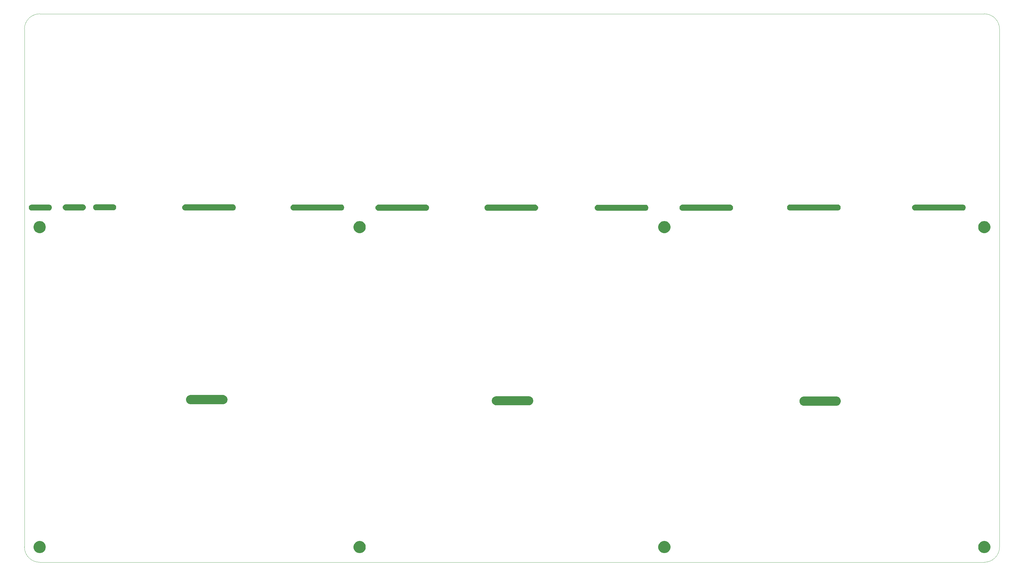
<source format=gbr>
%TF.GenerationSoftware,Altium Limited,Altium Designer,26.1.1 (7)*%
G04 Layer_Color=0*
%FSLAX43Y43*%
%MOMM*%
%TF.SameCoordinates,F910D8A4-5627-44EB-A571-6FFAAA827985*%
%TF.FilePolarity,Positive*%
%TF.FileFunction,Profile,NP*%
%TF.Part,Single*%
G01*
G75*
%TA.AperFunction,Profile*%
%ADD118C,0.025*%
G36*
X292305Y115425D02*
X307904Y115425D01*
Y115425D01*
X308036D01*
X308290Y115493D01*
X308518Y115625D01*
X308704Y115811D01*
X308836Y116039D01*
X308904Y116294D01*
Y116557D01*
X308836Y116811D01*
X308704Y117039D01*
X308518Y117225D01*
X308290Y117357D01*
X308036Y117425D01*
X307904D01*
D01*
Y117425D01*
X292305Y117425D01*
Y117425D01*
X292174D01*
X291919Y117357D01*
X291691Y117225D01*
X291505Y117039D01*
X291373Y116811D01*
X291305Y116557D01*
Y116294D01*
X291373Y116039D01*
X291505Y115811D01*
X291691Y115625D01*
X291919Y115493D01*
X292174Y115425D01*
X292305D01*
Y115425D01*
D02*
G37*
G36*
X5000Y3000D02*
X4803D01*
X4417Y3077D01*
X4053Y3228D01*
X3725Y3447D01*
X3447Y3725D01*
X3228Y4053D01*
X3077Y4417D01*
X3000Y4803D01*
Y5000D01*
Y5197D01*
X3077Y5583D01*
X3228Y5947D01*
X3447Y6275D01*
X3725Y6554D01*
X4053Y6772D01*
X4417Y6923D01*
X4803Y7000D01*
X5000D01*
X5197D01*
X5583Y6923D01*
X5947Y6772D01*
X6275Y6554D01*
X6554Y6275D01*
X6772Y5947D01*
X6923Y5583D01*
X7000Y5197D01*
Y5000D01*
Y4803D01*
X6923Y4417D01*
X6772Y4053D01*
X6554Y3725D01*
X6275Y3447D01*
X5947Y3228D01*
X5583Y3077D01*
X5197Y3000D01*
X5000D01*
D01*
D02*
G37*
G36*
X23561Y115508D02*
X29120D01*
Y115508D01*
X29251D01*
X29506Y115576D01*
X29734Y115708D01*
X29920Y115894D01*
X30052Y116122D01*
X30120Y116377D01*
Y116640D01*
X30052Y116894D01*
X29920Y117122D01*
X29734Y117308D01*
X29506Y117440D01*
X29251Y117508D01*
X29120D01*
D01*
Y117508D01*
X23561D01*
Y117508D01*
X23429D01*
X23175Y117440D01*
X22947Y117308D01*
X22760Y117122D01*
X22629Y116894D01*
X22561Y116640D01*
Y116377D01*
X22629Y116122D01*
X22760Y115894D01*
X22947Y115708D01*
X23175Y115576D01*
X23429Y115508D01*
X23561D01*
Y115508D01*
D02*
G37*
G36*
X13588Y115483D02*
X19147D01*
Y115484D01*
X19279D01*
X19533Y115552D01*
X19761Y115683D01*
X19948Y115870D01*
X20079Y116098D01*
X20147Y116352D01*
Y116615D01*
X20079Y116870D01*
X19948Y117098D01*
X19761Y117284D01*
X19533Y117415D01*
X19279Y117484D01*
X19147D01*
D01*
Y117483D01*
X13588D01*
Y117484D01*
X13457D01*
X13202Y117415D01*
X12974Y117284D01*
X12788Y117098D01*
X12656Y116870D01*
X12588Y116615D01*
Y116352D01*
X12656Y116098D01*
X12788Y115870D01*
X12974Y115683D01*
X13202Y115552D01*
X13457Y115484D01*
X13588D01*
Y115483D01*
D02*
G37*
G36*
X2441Y115425D02*
X8000D01*
Y115425D01*
X8132D01*
X8386Y115493D01*
X8614Y115625D01*
X8800Y115811D01*
X8932Y116039D01*
X9000Y116294D01*
Y116557D01*
X8932Y116811D01*
X8800Y117039D01*
X8614Y117225D01*
X8386Y117357D01*
X8132Y117425D01*
X8000D01*
D01*
Y117425D01*
X2441D01*
Y117425D01*
X2309D01*
X2055Y117357D01*
X1827Y117225D01*
X1641Y117039D01*
X1509Y116811D01*
X1441Y116557D01*
Y116294D01*
X1509Y116039D01*
X1641Y115811D01*
X1827Y115625D01*
X2055Y115493D01*
X2309Y115425D01*
X2441D01*
Y115425D01*
D02*
G37*
G36*
X52794Y115450D02*
X52662D01*
X52408Y115518D01*
X52180Y115650D01*
X51994Y115836D01*
X51862Y116064D01*
X51794Y116319D01*
Y116582D01*
X51862Y116836D01*
X51994Y117064D01*
X52180Y117250D01*
X52408Y117382D01*
X52662Y117450D01*
X52794D01*
D01*
Y117450D01*
X68393Y117450D01*
Y117450D01*
X68525D01*
X68779Y117382D01*
X69007Y117250D01*
X69193Y117064D01*
X69325Y116836D01*
X69393Y116582D01*
Y116319D01*
X69325Y116064D01*
X69193Y115836D01*
X69007Y115650D01*
X68779Y115518D01*
X68525Y115450D01*
X68393D01*
D01*
Y115450D01*
X52794Y115450D01*
D02*
G37*
G36*
X88340Y115435D02*
X103940Y115435D01*
Y115436D01*
X104071D01*
X104325Y115504D01*
X104554Y115635D01*
X104740Y115822D01*
X104871Y116050D01*
X104940Y116304D01*
Y116567D01*
X104871Y116822D01*
X104740Y117050D01*
X104554Y117236D01*
X104325Y117367D01*
X104071Y117436D01*
X103940D01*
D01*
Y117435D01*
X88340Y117435D01*
Y117436D01*
X88209D01*
X87954Y117367D01*
X87726Y117236D01*
X87540Y117050D01*
X87409Y116822D01*
X87340Y116567D01*
Y116304D01*
X87409Y116050D01*
X87540Y115822D01*
X87726Y115635D01*
X87954Y115504D01*
X88209Y115436D01*
X88340D01*
Y115435D01*
D02*
G37*
G36*
X116190Y115385D02*
X131790Y115385D01*
Y115386D01*
X131921D01*
X132175Y115454D01*
X132404Y115585D01*
X132590Y115771D01*
X132721Y116000D01*
X132790Y116254D01*
Y116517D01*
X132721Y116771D01*
X132590Y117000D01*
X132404Y117186D01*
X132175Y117317D01*
X131921Y117386D01*
X131790D01*
D01*
Y117385D01*
X116190Y117385D01*
Y117386D01*
X116059D01*
X115804Y117317D01*
X115576Y117186D01*
X115390Y117000D01*
X115259Y116771D01*
X115190Y116517D01*
Y116254D01*
X115259Y116000D01*
X115390Y115771D01*
X115576Y115585D01*
X115804Y115454D01*
X116059Y115386D01*
X116190D01*
Y115385D01*
D02*
G37*
G36*
X151981Y115386D02*
X151850D01*
X151595Y115454D01*
X151367Y115585D01*
X151181Y115771D01*
X151050Y116000D01*
X150981Y116254D01*
Y116517D01*
X151050Y116771D01*
X151181Y117000D01*
X151367Y117186D01*
X151595Y117317D01*
X151850Y117386D01*
X151981D01*
D01*
Y117385D01*
X167580Y117385D01*
Y117386D01*
X167712D01*
X167966Y117317D01*
X168194Y117186D01*
X168381Y117000D01*
X168512Y116771D01*
X168580Y116517D01*
Y116254D01*
X168512Y116000D01*
X168381Y115771D01*
X168194Y115585D01*
X167966Y115454D01*
X167712Y115386D01*
X167580D01*
D01*
Y115385D01*
X151981Y115386D01*
D02*
G37*
G36*
X188165Y115360D02*
X203765Y115360D01*
Y115361D01*
X203896D01*
X204150Y115429D01*
X204379Y115560D01*
X204565Y115746D01*
X204696Y115975D01*
X204765Y116229D01*
Y116492D01*
X204696Y116746D01*
X204565Y116975D01*
X204379Y117161D01*
X204150Y117292D01*
X203896Y117361D01*
X203765D01*
D01*
Y117360D01*
X188165Y117360D01*
Y117361D01*
X188034D01*
X187779Y117292D01*
X187551Y117161D01*
X187365Y116975D01*
X187234Y116746D01*
X187165Y116492D01*
Y116229D01*
X187234Y115975D01*
X187365Y115746D01*
X187551Y115560D01*
X187779Y115429D01*
X188034Y115361D01*
X188165D01*
Y115360D01*
D02*
G37*
G36*
X215965Y115385D02*
X231565Y115385D01*
Y115386D01*
X231696D01*
X231950Y115454D01*
X232179Y115585D01*
X232365Y115771D01*
X232496Y116000D01*
X232565Y116254D01*
Y116517D01*
X232496Y116771D01*
X232365Y117000D01*
X232179Y117186D01*
X231950Y117317D01*
X231696Y117386D01*
X231565D01*
D01*
Y117385D01*
X215965Y117385D01*
Y117386D01*
X215834D01*
X215579Y117317D01*
X215351Y117186D01*
X215165Y117000D01*
X215034Y116771D01*
X214965Y116517D01*
Y116254D01*
X215034Y116000D01*
X215165Y115771D01*
X215351Y115585D01*
X215579Y115454D01*
X215834Y115386D01*
X215965D01*
Y115385D01*
D02*
G37*
G36*
X251265Y115435D02*
X266865Y115435D01*
Y115436D01*
X266996D01*
X267250Y115504D01*
X267479Y115635D01*
X267665Y115822D01*
X267796Y116050D01*
X267865Y116304D01*
Y116567D01*
X267796Y116822D01*
X267665Y117050D01*
X267479Y117236D01*
X267250Y117367D01*
X266996Y117436D01*
X266865D01*
D01*
Y117435D01*
X251265Y117435D01*
Y117436D01*
X251134D01*
X250879Y117367D01*
X250651Y117236D01*
X250465Y117050D01*
X250334Y116822D01*
X250265Y116567D01*
Y116304D01*
X250334Y116050D01*
X250465Y115822D01*
X250651Y115635D01*
X250879Y115504D01*
X251134Y115436D01*
X251265D01*
Y115435D01*
D02*
G37*
G36*
X313000Y5000D02*
Y4803D01*
X313077Y4417D01*
X313228Y4053D01*
X313447Y3725D01*
X313725Y3447D01*
X314053Y3228D01*
X314417Y3077D01*
X314803Y3000D01*
X315000D01*
X315197D01*
X315583Y3077D01*
X315947Y3228D01*
X316275Y3447D01*
X316553Y3725D01*
X316772Y4053D01*
X316923Y4417D01*
X317000Y4803D01*
Y5000D01*
Y5197D01*
X316923Y5583D01*
X316772Y5947D01*
X316553Y6275D01*
X316275Y6554D01*
X315947Y6772D01*
X315583Y6923D01*
X315197Y7000D01*
X315000D01*
X314803D01*
X314417Y6923D01*
X314053Y6772D01*
X313725Y6554D01*
X313447Y6275D01*
X313228Y5947D01*
X313077Y5583D01*
X313000Y5197D01*
Y5000D01*
D01*
D02*
G37*
G36*
X208000D02*
Y4803D01*
X208077Y4417D01*
X208228Y4053D01*
X208446Y3725D01*
X208725Y3447D01*
X209053Y3228D01*
X209417Y3077D01*
X209803Y3000D01*
X210000D01*
X210197D01*
X210583Y3077D01*
X210947Y3228D01*
X211275Y3447D01*
X211553Y3725D01*
X211772Y4053D01*
X211923Y4417D01*
X212000Y4803D01*
Y5000D01*
Y5197D01*
X211923Y5583D01*
X211772Y5947D01*
X211553Y6275D01*
X211275Y6554D01*
X210947Y6772D01*
X210583Y6923D01*
X210197Y7000D01*
X210000D01*
X209803D01*
X209417Y6923D01*
X209053Y6772D01*
X208725Y6554D01*
X208446Y6275D01*
X208228Y5947D01*
X208077Y5583D01*
X208000Y5197D01*
Y5000D01*
D01*
D02*
G37*
G36*
X108000D02*
Y4803D01*
X108077Y4417D01*
X108228Y4053D01*
X108447Y3725D01*
X108725Y3447D01*
X109053Y3228D01*
X109417Y3077D01*
X109803Y3000D01*
X110000D01*
X110197D01*
X110583Y3077D01*
X110947Y3228D01*
X111275Y3447D01*
X111553Y3725D01*
X111772Y4053D01*
X111923Y4417D01*
X112000Y4803D01*
Y5000D01*
Y5197D01*
X111923Y5583D01*
X111772Y5947D01*
X111553Y6275D01*
X111275Y6554D01*
X110947Y6772D01*
X110583Y6923D01*
X110197Y7000D01*
X110000D01*
X109803D01*
X109417Y6923D01*
X109053Y6772D01*
X108725Y6554D01*
X108447Y6275D01*
X108228Y5947D01*
X108077Y5583D01*
X108000Y5197D01*
Y5000D01*
D01*
D02*
G37*
G36*
X110000Y108004D02*
X109803D01*
X109417Y108081D01*
X109053Y108231D01*
X108725Y108450D01*
X108447Y108729D01*
X108228Y109056D01*
X108077Y109420D01*
X108000Y109807D01*
Y110004D01*
Y110201D01*
X108077Y110587D01*
X108228Y110951D01*
X108447Y111279D01*
X108725Y111557D01*
X109053Y111776D01*
X109417Y111927D01*
X109803Y112004D01*
X110000D01*
X110197D01*
X110583Y111927D01*
X110947Y111776D01*
X111275Y111557D01*
X111553Y111279D01*
X111772Y110951D01*
X111923Y110587D01*
X112000Y110201D01*
Y110004D01*
Y109807D01*
X111923Y109420D01*
X111772Y109056D01*
X111553Y108729D01*
X111275Y108450D01*
X110947Y108231D01*
X110583Y108081D01*
X110197Y108004D01*
X110000D01*
D01*
D02*
G37*
G36*
X208000Y110004D02*
Y109807D01*
X208077Y109420D01*
X208228Y109056D01*
X208446Y108729D01*
X208725Y108450D01*
X209053Y108231D01*
X209417Y108081D01*
X209803Y108004D01*
X210000D01*
X210197D01*
X210583Y108081D01*
X210947Y108231D01*
X211275Y108450D01*
X211553Y108729D01*
X211772Y109056D01*
X211923Y109420D01*
X212000Y109807D01*
Y110004D01*
Y110201D01*
X211923Y110587D01*
X211772Y110951D01*
X211553Y111279D01*
X211275Y111557D01*
X210947Y111776D01*
X210583Y111927D01*
X210197Y112004D01*
X210000D01*
X209803D01*
X209417Y111927D01*
X209053Y111776D01*
X208725Y111557D01*
X208446Y111279D01*
X208228Y110951D01*
X208077Y110587D01*
X208000Y110201D01*
Y110004D01*
D01*
D02*
G37*
G36*
X65136Y51881D02*
X54537D01*
X54389D01*
X54099Y51938D01*
X53826Y52052D01*
X53581Y52216D01*
X53372Y52425D01*
X53208Y52670D01*
X53094Y52943D01*
X53037Y53233D01*
Y53529D01*
X53094Y53818D01*
X53208Y54091D01*
X53372Y54337D01*
X53581Y54546D01*
X53826Y54710D01*
X54099Y54823D01*
X54389Y54881D01*
X54537D01*
D01*
X65136D01*
X65284D01*
X65574Y54823D01*
X65847Y54710D01*
X66092Y54546D01*
X66301Y54337D01*
X66465Y54091D01*
X66578Y53818D01*
X66636Y53529D01*
Y53233D01*
X66578Y52943D01*
X66465Y52670D01*
X66301Y52425D01*
X66092Y52216D01*
X65847Y52052D01*
X65574Y51938D01*
X65284Y51881D01*
X65136D01*
D01*
D02*
G37*
G36*
X266427Y51384D02*
X255828D01*
X255680D01*
X255390Y51442D01*
X255117Y51555D01*
X254871Y51719D01*
X254662Y51928D01*
X254498Y52174D01*
X254385Y52447D01*
X254328Y52737D01*
Y53032D01*
X254385Y53322D01*
X254498Y53595D01*
X254662Y53841D01*
X254871Y54050D01*
X255117Y54214D01*
X255390Y54327D01*
X255680Y54384D01*
X255828D01*
D01*
X266427D01*
X266574D01*
X266864Y54327D01*
X267137Y54214D01*
X267383Y54050D01*
X267592Y53841D01*
X267756Y53595D01*
X267869Y53322D01*
X267927Y53032D01*
Y52737D01*
X267869Y52447D01*
X267756Y52174D01*
X267592Y51928D01*
X267383Y51719D01*
X267137Y51555D01*
X266864Y51442D01*
X266574Y51384D01*
X266427D01*
D01*
D02*
G37*
G36*
X313000Y110004D02*
Y109807D01*
X313077Y109420D01*
X313228Y109056D01*
X313447Y108729D01*
X313725Y108450D01*
X314053Y108231D01*
X314417Y108081D01*
X314803Y108004D01*
X315000D01*
X315197D01*
X315583Y108081D01*
X315947Y108231D01*
X316275Y108450D01*
X316553Y108729D01*
X316772Y109056D01*
X316923Y109420D01*
X317000Y109807D01*
Y110004D01*
Y110201D01*
X316923Y110587D01*
X316772Y110951D01*
X316553Y111279D01*
X316275Y111557D01*
X315947Y111776D01*
X315583Y111927D01*
X315197Y112004D01*
X315000D01*
X314803D01*
X314417Y111927D01*
X314053Y111776D01*
X313725Y111557D01*
X313447Y111279D01*
X313228Y110951D01*
X313077Y110587D01*
X313000Y110201D01*
Y110004D01*
D01*
D02*
G37*
G36*
X5000Y108004D02*
X4803D01*
X4417Y108081D01*
X4053Y108231D01*
X3725Y108450D01*
X3447Y108729D01*
X3228Y109056D01*
X3077Y109420D01*
X3000Y109807D01*
Y110004D01*
Y110201D01*
X3077Y110587D01*
X3228Y110951D01*
X3447Y111279D01*
X3725Y111557D01*
X4053Y111776D01*
X4417Y111927D01*
X4803Y112004D01*
X5000D01*
X5197D01*
X5583Y111927D01*
X5947Y111776D01*
X6275Y111557D01*
X6554Y111279D01*
X6772Y110951D01*
X6923Y110587D01*
X7000Y110201D01*
Y110004D01*
Y109807D01*
X6923Y109420D01*
X6772Y109056D01*
X6554Y108729D01*
X6275Y108450D01*
X5947Y108231D01*
X5583Y108081D01*
X5197Y108004D01*
X5000D01*
D01*
D02*
G37*
G36*
X165483Y51501D02*
X154883D01*
X154736D01*
X154446Y51558D01*
X154173Y51671D01*
X153927Y51835D01*
X153718Y52044D01*
X153554Y52290D01*
X153441Y52563D01*
X153383Y52853D01*
Y53148D01*
X153441Y53438D01*
X153554Y53711D01*
X153718Y53957D01*
X153927Y54166D01*
X154173Y54330D01*
X154446Y54443D01*
X154736Y54501D01*
X154883D01*
D01*
X165483D01*
X165630D01*
X165920Y54443D01*
X166193Y54330D01*
X166439Y54166D01*
X166648Y53957D01*
X166812Y53711D01*
X166925Y53438D01*
X166983Y53148D01*
Y52853D01*
X166925Y52563D01*
X166812Y52290D01*
X166648Y52044D01*
X166439Y51835D01*
X166193Y51671D01*
X165920Y51558D01*
X165630Y51501D01*
X165483D01*
D01*
D02*
G37*
D118*
X0Y5000D02*
X-0Y175004D01*
D02*
G02*
X5000Y180004I5000J-0D01*
G01*
Y180011D01*
X315000Y180011D01*
Y180004D01*
D02*
G02*
X320000Y175004I0J-5000D01*
G01*
X319999D01*
X319999Y5000D01*
X320000D01*
D02*
G02*
X315000Y0I-5000J0D01*
G01*
X5000D01*
D02*
G02*
X0Y5000I0J5000D01*
G01*
%TF.MD5,15e88de657f0a83551d33ee0442c48aa*%
M02*

</source>
